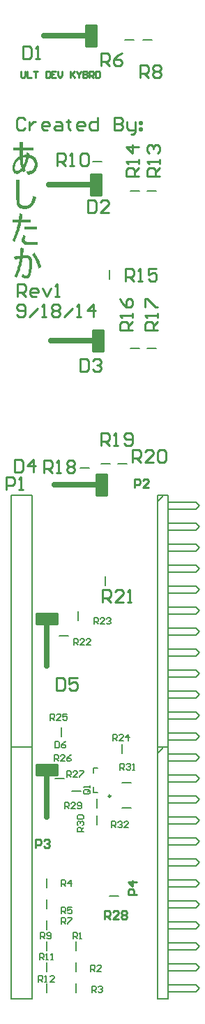
<source format=gto>
%FSLAX25Y25*%
%MOIN*%
G70*
G01*
G75*
%ADD10R,0.03937X0.05118*%
%ADD11R,0.05118X0.03937*%
%ADD12R,0.04331X0.03543*%
%ADD13C,0.00800*%
%ADD14C,0.01200*%
%ADD15C,0.06000*%
%ADD16C,0.08700*%
%ADD17C,0.15700*%
%ADD18C,0.08000*%
%ADD19C,0.05906*%
%ADD20R,0.05906X0.05906*%
%ADD21R,0.06000X0.06000*%
%ADD22R,0.06000X0.06000*%
%ADD23C,0.05000*%
%ADD24C,0.01000*%
%ADD25C,0.00984*%
%ADD26C,0.00787*%
%ADD27C,0.02500*%
%ADD28C,0.00600*%
G36*
X210461Y679081D02*
Y679062D01*
Y679023D01*
X210441Y678944D01*
Y678866D01*
X210422Y678730D01*
X210402Y678593D01*
X210363Y678261D01*
X210324Y677870D01*
X210265Y677421D01*
X210207Y676933D01*
X210129Y676445D01*
X214406D01*
Y675136D01*
X209855D01*
Y675116D01*
X209836Y675077D01*
Y674999D01*
X209816Y674902D01*
X209777Y674765D01*
X209738Y674628D01*
X209699Y674433D01*
X209660Y674238D01*
X209601Y674023D01*
X209543Y673769D01*
X209425Y673242D01*
X209269Y672636D01*
X209074Y671972D01*
X208879Y671250D01*
X208644Y670488D01*
X208390Y669707D01*
X208098Y668906D01*
X207804Y668086D01*
X207472Y667285D01*
X207101Y666465D01*
X206730Y665684D01*
X205500Y666582D01*
Y666602D01*
X205520Y666621D01*
X205559Y666680D01*
X205598Y666758D01*
X205637Y666855D01*
X205695Y666953D01*
X205832Y667246D01*
X205988Y667597D01*
X206184Y668008D01*
X206379Y668496D01*
X206613Y669043D01*
X206848Y669648D01*
X207082Y670312D01*
X207316Y671015D01*
X207570Y671757D01*
X207785Y672558D01*
X208000Y673378D01*
X208215Y674238D01*
X208390Y675136D01*
X205637D01*
Y676445D01*
X208605D01*
Y676464D01*
X208625Y676503D01*
Y676581D01*
X208644Y676698D01*
X208664Y676835D01*
X208703Y676991D01*
X208722Y677167D01*
X208762Y677362D01*
X208820Y677792D01*
X208879Y678300D01*
X208918Y678808D01*
X208957Y679355D01*
X210461Y679081D01*
D02*
G37*
G36*
X217374Y671757D02*
X211359D01*
Y673066D01*
X217374D01*
Y671757D01*
D02*
G37*
G36*
X210972Y662808D02*
Y662788D01*
Y662710D01*
Y662612D01*
X210953Y662476D01*
Y662300D01*
X210933Y662085D01*
Y661851D01*
X210914Y661597D01*
X210875Y661050D01*
X210816Y660445D01*
X210738Y659820D01*
X210640Y659214D01*
X210797D01*
X210914Y659234D01*
X211187D01*
X211539Y659253D01*
X211910D01*
X212281Y659273D01*
X213003D01*
X213101Y659253D01*
X213238Y659214D01*
X213414Y659156D01*
X213589Y659078D01*
X213785Y658980D01*
X213980Y658843D01*
X214175Y658667D01*
X214371Y658433D01*
X214566Y658179D01*
X214722Y657847D01*
X214859Y657476D01*
X214956Y657046D01*
X215035Y656539D01*
X215054Y655972D01*
Y655953D01*
Y655894D01*
Y655777D01*
Y655640D01*
Y655464D01*
X215035Y655269D01*
Y655035D01*
X215015Y654761D01*
X214996Y654488D01*
X214976Y654176D01*
X214917Y653531D01*
X214839Y652828D01*
X214742Y652105D01*
X214605Y651383D01*
X214429Y650680D01*
X214214Y650016D01*
X214097Y649723D01*
X213980Y649430D01*
X213843Y649176D01*
X213687Y648922D01*
X213511Y648727D01*
X213335Y648531D01*
X213160Y648395D01*
X212945Y648277D01*
X212730Y648219D01*
X212496Y648180D01*
X212379D01*
X212300Y648199D01*
X212203Y648219D01*
X212066Y648238D01*
X211754Y648316D01*
X211383Y648434D01*
X210953Y648609D01*
X210718Y648727D01*
X210465Y648863D01*
X210211Y649019D01*
X209937Y649195D01*
X210562Y650504D01*
X210582D01*
X210601Y650465D01*
X210718Y650367D01*
X210894Y650211D01*
X211129Y650055D01*
X211402Y649898D01*
X211695Y649742D01*
X212027Y649645D01*
X212183Y649625D01*
X212359Y649605D01*
X212379D01*
X212457Y649645D01*
X212574Y649703D01*
X212632Y649762D01*
X212710Y649840D01*
X212789Y649937D01*
X212867Y650055D01*
X212945Y650211D01*
X213023Y650406D01*
X213101Y650621D01*
X213179Y650855D01*
X213257Y651148D01*
X213316Y651480D01*
Y651500D01*
X213335Y651558D01*
X213355Y651656D01*
X213375Y651793D01*
X213394Y651969D01*
X213433Y652164D01*
X213453Y652398D01*
X213492Y652652D01*
X213531Y652925D01*
X213550Y653238D01*
X213589Y653550D01*
X213609Y653902D01*
X213648Y654625D01*
X213667Y655406D01*
Y655425D01*
Y655464D01*
Y655543D01*
Y655660D01*
Y655777D01*
X213648Y655914D01*
X213629Y656246D01*
X213609Y656597D01*
X213550Y656949D01*
X213492Y657281D01*
X213433Y657437D01*
X213394Y657554D01*
Y657574D01*
X213355Y657632D01*
X213296Y657710D01*
X213238Y657808D01*
X213140Y657886D01*
X213023Y657964D01*
X212867Y658023D01*
X212710Y658042D01*
X212613D01*
X212476Y658023D01*
X212281D01*
X212144Y658003D01*
X211988Y657984D01*
X211812Y657964D01*
X211597Y657945D01*
X211363Y657925D01*
X211109Y657906D01*
X210816Y657867D01*
X210504Y657828D01*
Y657808D01*
Y657769D01*
X210484Y657691D01*
X210465Y657593D01*
X210445Y657476D01*
X210425Y657320D01*
X210386Y657144D01*
X210347Y656949D01*
X210308Y656734D01*
X210269Y656480D01*
X210152Y655953D01*
X210015Y655347D01*
X209859Y654703D01*
X209664Y654000D01*
X209469Y653258D01*
X209215Y652476D01*
X208961Y651695D01*
X208668Y650894D01*
X208336Y650094D01*
X207984Y649293D01*
X207594Y648531D01*
X206481Y649273D01*
X206500Y649312D01*
X206559Y649430D01*
X206656Y649605D01*
X206773Y649859D01*
X206930Y650191D01*
X207086Y650582D01*
X207281Y651031D01*
X207476Y651558D01*
X207691Y652125D01*
X207887Y652769D01*
X208102Y653453D01*
X208316Y654176D01*
X208512Y654976D01*
X208707Y655816D01*
X208883Y656695D01*
X209039Y657613D01*
X208980D01*
X208922Y657593D01*
X208824D01*
X208726Y657574D01*
X208590Y657554D01*
X208297Y657535D01*
X207945Y657496D01*
X207574Y657437D01*
X206773Y657339D01*
X206481Y658804D01*
X206754D01*
X206871Y658824D01*
X207008D01*
X207164Y658843D01*
X207340Y658863D01*
X207555D01*
X207789Y658902D01*
X208023Y658921D01*
X208297Y658960D01*
X208590Y658980D01*
X208922Y659038D01*
X209254Y659078D01*
Y659097D01*
Y659156D01*
X209273Y659253D01*
X209293Y659390D01*
Y659566D01*
X209312Y659761D01*
X209332Y659976D01*
X209371Y660230D01*
X209390Y660503D01*
X209410Y660816D01*
X209430Y661128D01*
X209449Y661460D01*
X209488Y662183D01*
X209527Y662944D01*
X210972Y662808D01*
D02*
G37*
G36*
X210519Y710659D02*
X215773D01*
Y709351D01*
X210519D01*
Y707066D01*
X210558D01*
X210676Y707085D01*
X210851Y707105D01*
X211086Y707144D01*
X211379Y707183D01*
X211691Y707222D01*
X212042Y707242D01*
X212394Y707281D01*
Y707300D01*
X212414Y707359D01*
Y707456D01*
X212433Y707593D01*
Y707749D01*
X212453Y707945D01*
Y708140D01*
Y708374D01*
X213839Y708101D01*
Y708081D01*
X213820Y708023D01*
Y707945D01*
X213800Y707828D01*
X213781Y707710D01*
X213742Y707554D01*
X213703Y707203D01*
X213722D01*
X213781Y707183D01*
X213878Y707163D01*
X213996Y707144D01*
X214152Y707105D01*
X214328Y707046D01*
X214718Y706910D01*
X215167Y706734D01*
X215616Y706519D01*
X216066Y706226D01*
X216261Y706070D01*
X216456Y705894D01*
X216476Y705875D01*
X216515Y705835D01*
X216574Y705757D01*
X216652Y705660D01*
X216749Y705543D01*
X216847Y705386D01*
X216964Y705210D01*
X217081Y705015D01*
X217179Y704781D01*
X217296Y704527D01*
X217394Y704254D01*
X217472Y703961D01*
X217550Y703648D01*
X217609Y703316D01*
X217628Y702945D01*
Y702574D01*
Y702555D01*
Y702476D01*
Y702379D01*
X217609Y702222D01*
X217589Y702047D01*
X217569Y701832D01*
X217530Y701617D01*
X217491Y701363D01*
X217355Y700836D01*
X217159Y700289D01*
X217042Y700016D01*
X216905Y699762D01*
X216730Y699508D01*
X216534Y699273D01*
X216515Y699254D01*
X216476Y699215D01*
X216417Y699156D01*
X216320Y699078D01*
X216202Y698981D01*
X216066Y698863D01*
X215890Y698746D01*
X215695Y698609D01*
X215460Y698473D01*
X215206Y698336D01*
X214914Y698199D01*
X214601Y698063D01*
X214269Y697945D01*
X213898Y697828D01*
X213507Y697711D01*
X213078Y697633D01*
X212316Y699137D01*
X212335D01*
X212414Y699156D01*
X212511Y699176D01*
X212667Y699195D01*
X212843Y699215D01*
X213039Y699273D01*
X213253Y699312D01*
X213488Y699371D01*
X213976Y699508D01*
X214484Y699684D01*
X214699Y699801D01*
X214914Y699918D01*
X215109Y700035D01*
X215284Y700172D01*
X215304Y700191D01*
X215324Y700211D01*
X215382Y700269D01*
X215441Y700328D01*
X215519Y700426D01*
X215597Y700543D01*
X215695Y700680D01*
X215792Y700836D01*
X215870Y701031D01*
X215968Y701246D01*
X216027Y701480D01*
X216105Y701734D01*
X216144Y702027D01*
X216183Y702340D01*
X216202Y702691D01*
X216183Y703062D01*
Y703082D01*
X216163Y703160D01*
Y703277D01*
X216124Y703433D01*
X216066Y703609D01*
X216007Y703824D01*
X215910Y704039D01*
X215792Y704273D01*
X215636Y704507D01*
X215460Y704761D01*
X215226Y704996D01*
X214972Y705230D01*
X214660Y705425D01*
X214308Y705621D01*
X213898Y705777D01*
X213429Y705894D01*
Y705855D01*
X213410Y705757D01*
X213371Y705601D01*
X213312Y705386D01*
X213253Y705132D01*
X213156Y704820D01*
X213058Y704488D01*
X212961Y704117D01*
X212824Y703726D01*
X212687Y703316D01*
X212355Y702476D01*
X211964Y701637D01*
X211730Y701246D01*
X211496Y700855D01*
Y700836D01*
X211535Y700758D01*
X211574Y700660D01*
X211632Y700523D01*
X211711Y700367D01*
X211789Y700191D01*
X211984Y699820D01*
X210871Y698863D01*
Y698883D01*
X210851Y698922D01*
X210812Y699000D01*
X210773Y699078D01*
X210636Y699312D01*
X210461Y699605D01*
X210441Y699586D01*
X210402Y699547D01*
X210324Y699469D01*
X210226Y699371D01*
X210090Y699254D01*
X209953Y699137D01*
X209777Y699000D01*
X209582Y698863D01*
X209152Y698590D01*
X208683Y698355D01*
X208430Y698258D01*
X208176Y698180D01*
X207902Y698141D01*
X207629Y698121D01*
X207590D01*
X207492Y698141D01*
X207336Y698160D01*
X207140Y698219D01*
X206906Y698297D01*
X206672Y698434D01*
X206418Y698609D01*
X206184Y698863D01*
X206144Y698902D01*
X206066Y699019D01*
X205969Y699215D01*
X205852Y699469D01*
X205715Y699820D01*
X205617Y700230D01*
X205559Y700699D01*
Y701265D01*
Y701285D01*
Y701344D01*
X205578Y701422D01*
X205598Y701539D01*
X205617Y701695D01*
X205637Y701871D01*
X205676Y702066D01*
X205734Y702261D01*
X205852Y702730D01*
X206027Y703258D01*
X206242Y703785D01*
X206516Y704312D01*
X206535Y704332D01*
X206555Y704390D01*
X206613Y704468D01*
X206691Y704566D01*
X206789Y704703D01*
X206906Y704859D01*
X207043Y705015D01*
X207219Y705191D01*
X207590Y705582D01*
X208039Y705972D01*
X208566Y706343D01*
X209152Y706656D01*
Y709351D01*
X206027D01*
Y710659D01*
X209152D01*
Y713355D01*
X210519D01*
Y710659D01*
D02*
G37*
G36*
X208867Y685925D02*
Y685906D01*
Y685847D01*
Y685769D01*
X208887Y685652D01*
Y685515D01*
X208906Y685340D01*
X208945Y684988D01*
X209023Y684578D01*
X209140Y684187D01*
X209277Y683816D01*
X209375Y683640D01*
X209492Y683504D01*
X209531Y683484D01*
X209629Y683406D01*
X209687Y683367D01*
X209785Y683309D01*
X209902Y683250D01*
X210039Y683211D01*
X210215Y683152D01*
X210390Y683094D01*
X210605Y683055D01*
X210840Y683016D01*
X211093Y682976D01*
X211386Y682957D01*
X212109D01*
X212187Y682976D01*
X212304Y682996D01*
X212422Y683016D01*
X212578Y683055D01*
X212910Y683152D01*
X213281Y683328D01*
X213476Y683445D01*
X213671Y683582D01*
X213867Y683738D01*
X214062Y683914D01*
X214238Y684109D01*
X214394Y684344D01*
Y684363D01*
X214433Y684402D01*
X214472Y684461D01*
X214511Y684558D01*
X214589Y684676D01*
X214648Y684812D01*
X214726Y684988D01*
X214804Y685183D01*
X214902Y685398D01*
X214980Y685652D01*
X215078Y685925D01*
X215156Y686238D01*
X215234Y686570D01*
X215312Y686922D01*
X215371Y687312D01*
X215429Y687722D01*
X216952Y687039D01*
Y687019D01*
X216933Y686980D01*
Y686902D01*
X216914Y686804D01*
X216874Y686668D01*
X216835Y686511D01*
X216796Y686355D01*
X216738Y686160D01*
X216601Y685730D01*
X216425Y685261D01*
X216210Y684734D01*
X215937Y684226D01*
X215605Y683699D01*
X215214Y683172D01*
X214785Y682703D01*
X214277Y682273D01*
X213984Y682078D01*
X213691Y681922D01*
X213359Y681766D01*
X213027Y681629D01*
X212675Y681531D01*
X212304Y681453D01*
X211894Y681414D01*
X211484Y681395D01*
X211133D01*
X210937Y681414D01*
X210742Y681434D01*
X210508Y681453D01*
X210273Y681492D01*
X209766Y681609D01*
X209492Y681687D01*
X209238Y681785D01*
X209004Y681902D01*
X208769Y682059D01*
X208555Y682215D01*
X208379Y682410D01*
Y682430D01*
X208340Y682469D01*
X208301Y682527D01*
X208242Y682605D01*
X208184Y682723D01*
X208125Y682859D01*
X208047Y683035D01*
X207969Y683230D01*
X207871Y683465D01*
X207793Y683719D01*
X207715Y684012D01*
X207656Y684324D01*
X207598Y684676D01*
X207539Y685066D01*
X207500Y685476D01*
X207481Y685925D01*
Y695456D01*
X208867D01*
Y685925D01*
D02*
G37*
G36*
X212062Y668437D02*
Y668418D01*
X212023Y668398D01*
X211945Y668281D01*
X211847Y668086D01*
X211730Y667851D01*
X211593Y667578D01*
X211496Y667285D01*
X211437Y666953D01*
Y666641D01*
Y666621D01*
X211457Y666602D01*
X211496Y666484D01*
X211574Y666348D01*
X211652Y666250D01*
X211730Y666172D01*
X211847Y666074D01*
X211984Y665996D01*
X212140Y665898D01*
X212335Y665840D01*
X212550Y665781D01*
X212804Y665723D01*
X213097Y665703D01*
X213429Y665684D01*
X217784D01*
Y664180D01*
X213156D01*
X213058Y664199D01*
X212921D01*
X212785Y664219D01*
X212453Y664258D01*
X212082Y664356D01*
X211691Y664473D01*
X211300Y664629D01*
X210949Y664863D01*
X210929Y664883D01*
X210910Y664902D01*
X210793Y665020D01*
X210636Y665195D01*
X210441Y665430D01*
X210285Y665742D01*
X210129Y666113D01*
X210090Y666308D01*
X210051Y666523D01*
X210031Y666758D01*
X210051Y666992D01*
Y667012D01*
Y667051D01*
X210070Y667109D01*
X210090Y667187D01*
X210148Y667402D01*
X210226Y667695D01*
X210343Y668027D01*
X210519Y668398D01*
X210754Y668789D01*
X211027Y669199D01*
X212062Y668437D01*
D02*
G37*
G36*
X216167Y660484D02*
X216246Y660405D01*
X216363Y660249D01*
X216519Y660035D01*
X216714Y659761D01*
X216929Y659429D01*
X217163Y659058D01*
X217417Y658628D01*
X217691Y658140D01*
X217964Y657613D01*
X218237Y657046D01*
X218511Y656441D01*
X218784Y655777D01*
X219038Y655093D01*
X219253Y654371D01*
X219468Y653609D01*
X218081Y653004D01*
Y653023D01*
X218062Y653082D01*
X218042Y653179D01*
X218003Y653316D01*
X217964Y653492D01*
X217905Y653687D01*
X217847Y653922D01*
X217769Y654156D01*
X217691Y654429D01*
X217593Y654722D01*
X217398Y655347D01*
X217144Y656031D01*
X216851Y656714D01*
Y656734D01*
X216812Y656792D01*
X216773Y656890D01*
X216714Y657007D01*
X216636Y657163D01*
X216558Y657320D01*
X216460Y657515D01*
X216343Y657730D01*
X216070Y658199D01*
X215777Y658667D01*
X215425Y659156D01*
X215054Y659624D01*
X216148Y660523D01*
X216167Y660484D01*
D02*
G37*
G36*
X249000Y613500D02*
X244000D01*
Y623500D01*
X249000D01*
Y613500D01*
D02*
G37*
G36*
X248000Y688000D02*
X243000D01*
Y698000D01*
X248000D01*
Y688000D01*
D02*
G37*
G36*
X245500Y759000D02*
X240500D01*
Y769000D01*
X245500D01*
Y759000D01*
D02*
G37*
G36*
X227000Y411500D02*
X217000D01*
Y416500D01*
X227000D01*
Y411500D01*
D02*
G37*
G36*
Y483500D02*
X217000D01*
Y488500D01*
X227000D01*
Y483500D01*
D02*
G37*
G36*
X250500Y545000D02*
X245500D01*
Y555000D01*
X250500D01*
Y545000D01*
D02*
G37*
%LPC*%
G36*
X209152Y705210D02*
X209133D01*
X209113Y705171D01*
X209054Y705132D01*
X208976Y705093D01*
X208801Y704937D01*
X208566Y704761D01*
X208312Y704527D01*
X208039Y704273D01*
X207785Y703980D01*
X207551Y703687D01*
Y703668D01*
X207512Y703629D01*
X207472Y703550D01*
X207434Y703453D01*
X207355Y703336D01*
X207297Y703199D01*
X207219Y703023D01*
X207140Y702828D01*
X207004Y702398D01*
X206887Y701910D01*
X206808Y701363D01*
X206789Y701070D01*
Y700777D01*
Y700758D01*
Y700738D01*
X206808Y700601D01*
X206848Y700426D01*
X206906Y700230D01*
X207004Y700016D01*
X207140Y699820D01*
X207316Y699684D01*
X207434Y699625D01*
X207551Y699605D01*
X207746D01*
X207863Y699625D01*
X207980Y699645D01*
X208293Y699723D01*
X208449Y699801D01*
X208644Y699879D01*
X208840Y699996D01*
X209035Y700133D01*
X209250Y700309D01*
X209465Y700504D01*
X209679Y700719D01*
X209894Y700992D01*
Y701012D01*
X209875Y701090D01*
X209836Y701207D01*
X209797Y701363D01*
X209738Y701558D01*
X209679Y701773D01*
X209621Y702047D01*
X209543Y702320D01*
X209484Y702633D01*
X209406Y702965D01*
X209289Y703687D01*
X209211Y704429D01*
X209152Y705210D01*
D02*
G37*
G36*
X212042Y706031D02*
X211906D01*
X211769Y706011D01*
X211574D01*
X211339Y705972D01*
X211086Y705933D01*
X210812Y705894D01*
X210519Y705816D01*
Y705406D01*
Y705386D01*
Y705347D01*
X210539Y705250D01*
Y705152D01*
Y705015D01*
X210558Y704859D01*
X210578Y704683D01*
X210597Y704488D01*
X210656Y704039D01*
X210734Y703550D01*
X210812Y703043D01*
X210929Y702515D01*
X210949Y702535D01*
X210968Y702594D01*
X211007Y702672D01*
X211066Y702789D01*
X211125Y702925D01*
X211203Y703101D01*
X211300Y703297D01*
X211379Y703531D01*
X211476Y703765D01*
X211574Y704039D01*
X211671Y704332D01*
X211750Y704644D01*
X211925Y705308D01*
X212042Y706031D01*
D02*
G37*
%LPD*%
D24*
X217000Y411500D02*
X227000D01*
X217000Y416500D02*
X227000D01*
Y411500D02*
Y416500D01*
X217000Y411500D02*
Y416500D01*
Y483500D02*
X227000D01*
X217000Y488500D02*
X227000D01*
Y483500D02*
Y488500D01*
X217000Y483500D02*
Y488500D01*
X245500Y545000D02*
Y555000D01*
X250500Y545000D02*
Y555000D01*
X245500Y545000D02*
X250500D01*
X245500Y555000D02*
X250500D01*
X244000Y613500D02*
Y623500D01*
X249000Y613500D02*
Y623500D01*
X244000Y613500D02*
X249000D01*
X244000Y623500D02*
X249000D01*
X243000Y688000D02*
Y698000D01*
X248000Y688000D02*
Y698000D01*
X243000Y688000D02*
X248000D01*
X243000Y698000D02*
X248000D01*
X240500Y759000D02*
Y769000D01*
X245500Y759000D02*
Y769000D01*
X240500Y759000D02*
X245500D01*
X240500Y769000D02*
X245500D01*
X210500Y758998D02*
Y753000D01*
X213499D01*
X214499Y754000D01*
Y757998D01*
X213499Y758998D01*
X210500D01*
X216498Y753000D02*
X218497D01*
X217498D01*
Y758998D01*
X216498Y757998D01*
X241500Y685498D02*
Y679500D01*
X244499D01*
X245499Y680500D01*
Y684498D01*
X244499Y685498D01*
X241500D01*
X251497Y679500D02*
X247498D01*
X251497Y683499D01*
Y684498D01*
X250497Y685498D01*
X248498D01*
X247498Y684498D01*
X238000Y609998D02*
Y604000D01*
X240999D01*
X241999Y605000D01*
Y608998D01*
X240999Y609998D01*
X238000D01*
X243998Y608998D02*
X244998Y609998D01*
X246997D01*
X247997Y608998D01*
Y607999D01*
X246997Y606999D01*
X245997D01*
X246997D01*
X247997Y605999D01*
Y605000D01*
X246997Y604000D01*
X244998D01*
X243998Y605000D01*
X206500Y561998D02*
Y556000D01*
X209499D01*
X210499Y557000D01*
Y560998D01*
X209499Y561998D01*
X206500D01*
X215497Y556000D02*
Y561998D01*
X212498Y558999D01*
X216497D01*
X226500Y457998D02*
Y452000D01*
X229499D01*
X230499Y453000D01*
Y456998D01*
X229499Y457998D01*
X226500D01*
X236497D02*
X232498D01*
Y454999D01*
X234497Y455999D01*
X235497D01*
X236497Y454999D01*
Y453000D01*
X235497Y452000D01*
X233498D01*
X232498Y453000D01*
X202500Y547500D02*
Y553498D01*
X205499D01*
X206499Y552498D01*
Y550499D01*
X205499Y549499D01*
X202500D01*
X208498Y547500D02*
X210497D01*
X209498D01*
Y553498D01*
X208498Y552498D01*
X264000Y548500D02*
Y552499D01*
X265999D01*
X266666Y551832D01*
Y550499D01*
X265999Y549833D01*
X264000D01*
X270665Y548500D02*
X267999D01*
X270665Y551166D01*
Y551832D01*
X269998Y552499D01*
X268665D01*
X267999Y551832D01*
X216500Y377000D02*
Y380999D01*
X218499D01*
X219166Y380332D01*
Y378999D01*
X218499Y378333D01*
X216500D01*
X220499Y380332D02*
X221165Y380999D01*
X222498D01*
X223165Y380332D01*
Y379666D01*
X222498Y378999D01*
X221832D01*
X222498D01*
X223165Y378333D01*
Y377666D01*
X222498Y377000D01*
X221165D01*
X220499Y377666D01*
X265000Y354500D02*
X261001D01*
Y356499D01*
X261668Y357166D01*
X263001D01*
X263667Y356499D01*
Y354500D01*
X265000Y360498D02*
X261001D01*
X263001Y358499D01*
Y361164D01*
X248000Y749500D02*
Y755498D01*
X250999D01*
X251999Y754498D01*
Y752499D01*
X250999Y751499D01*
X248000D01*
X249999D02*
X251999Y749500D01*
X257997Y755498D02*
X255997Y754498D01*
X253998Y752499D01*
Y750500D01*
X254998Y749500D01*
X256997D01*
X257997Y750500D01*
Y751499D01*
X256997Y752499D01*
X253998D01*
X266500Y744000D02*
Y749998D01*
X269499D01*
X270499Y748998D01*
Y746999D01*
X269499Y745999D01*
X266500D01*
X268499D02*
X270499Y744000D01*
X272498Y748998D02*
X273498Y749998D01*
X275497D01*
X276497Y748998D01*
Y747999D01*
X275497Y746999D01*
X276497Y745999D01*
Y745000D01*
X275497Y744000D01*
X273498D01*
X272498Y745000D01*
Y745999D01*
X273498Y746999D01*
X272498Y747999D01*
Y748998D01*
X273498Y746999D02*
X275497D01*
X227000Y702000D02*
Y707998D01*
X229999D01*
X230999Y706998D01*
Y704999D01*
X229999Y703999D01*
X227000D01*
X228999D02*
X230999Y702000D01*
X232998D02*
X234997D01*
X233998D01*
Y707998D01*
X232998Y706998D01*
X237996D02*
X238996Y707998D01*
X240996D01*
X241995Y706998D01*
Y703000D01*
X240996Y702000D01*
X238996D01*
X237996Y703000D01*
Y706998D01*
X276000Y697000D02*
X270002D01*
Y699999D01*
X271002Y700999D01*
X273001D01*
X274001Y699999D01*
Y697000D01*
Y698999D02*
X276000Y700999D01*
Y702998D02*
Y704997D01*
Y703998D01*
X270002D01*
X271002Y702998D01*
Y707996D02*
X270002Y708996D01*
Y710995D01*
X271002Y711995D01*
X272001D01*
X273001Y710995D01*
Y709996D01*
Y710995D01*
X274001Y711995D01*
X275000D01*
X276000Y710995D01*
Y708996D01*
X275000Y707996D01*
X266000Y697000D02*
X260002D01*
Y699999D01*
X261002Y700999D01*
X263001D01*
X264001Y699999D01*
Y697000D01*
Y698999D02*
X266000Y700999D01*
Y702998D02*
Y704997D01*
Y703998D01*
X260002D01*
X261002Y702998D01*
X266000Y710995D02*
X260002D01*
X263001Y707996D01*
Y711995D01*
X259500Y647000D02*
Y652998D01*
X262499D01*
X263499Y651998D01*
Y649999D01*
X262499Y648999D01*
X259500D01*
X261499D02*
X263499Y647000D01*
X265498D02*
X267497D01*
X266498D01*
Y652998D01*
X265498Y651998D01*
X274495Y652998D02*
X270496D01*
Y649999D01*
X272496Y650999D01*
X273496D01*
X274495Y649999D01*
Y648000D01*
X273496Y647000D01*
X271496D01*
X270496Y648000D01*
X263000Y623500D02*
X257002D01*
Y626499D01*
X258002Y627499D01*
X260001D01*
X261001Y626499D01*
Y623500D01*
Y625499D02*
X263000Y627499D01*
Y629498D02*
Y631497D01*
Y630498D01*
X257002D01*
X258002Y629498D01*
X257002Y638495D02*
X258002Y636496D01*
X260001Y634496D01*
X262000D01*
X263000Y635496D01*
Y637496D01*
X262000Y638495D01*
X261001D01*
X260001Y637496D01*
Y634496D01*
X275000Y623500D02*
X269002D01*
Y626499D01*
X270002Y627499D01*
X272001D01*
X273001Y626499D01*
Y623500D01*
Y625499D02*
X275000Y627499D01*
Y629498D02*
Y631497D01*
Y630498D01*
X269002D01*
X270002Y629498D01*
X269002Y634496D02*
Y638495D01*
X270002D01*
X274000Y634496D01*
X275000D01*
X220500Y555500D02*
Y561498D01*
X223499D01*
X224499Y560498D01*
Y558499D01*
X223499Y557499D01*
X220500D01*
X222499D02*
X224499Y555500D01*
X226498D02*
X228497D01*
X227498D01*
Y561498D01*
X226498Y560498D01*
X231496D02*
X232496Y561498D01*
X234495D01*
X235495Y560498D01*
Y559499D01*
X234495Y558499D01*
X235495Y557499D01*
Y556500D01*
X234495Y555500D01*
X232496D01*
X231496Y556500D01*
Y557499D01*
X232496Y558499D01*
X231496Y559499D01*
Y560498D01*
X232496Y558499D02*
X234495D01*
X247900Y568700D02*
Y574698D01*
X250899D01*
X251899Y573698D01*
Y571699D01*
X250899Y570699D01*
X247900D01*
X249899D02*
X251899Y568700D01*
X253898D02*
X255897D01*
X254898D01*
Y574698D01*
X253898Y573698D01*
X258896Y569700D02*
X259896Y568700D01*
X261895D01*
X262895Y569700D01*
Y573698D01*
X261895Y574698D01*
X259896D01*
X258896Y573698D01*
Y572699D01*
X259896Y571699D01*
X262895D01*
X263000Y560500D02*
Y566498D01*
X265999D01*
X266999Y565498D01*
Y563499D01*
X265999Y562499D01*
X263000D01*
X264999D02*
X266999Y560500D01*
X272997D02*
X268998D01*
X272997Y564499D01*
Y565498D01*
X271997Y566498D01*
X269998D01*
X268998Y565498D01*
X274996D02*
X275996Y566498D01*
X277995D01*
X278995Y565498D01*
Y561500D01*
X277995Y560500D01*
X275996D01*
X274996Y561500D01*
Y565498D01*
X248500Y494000D02*
Y499998D01*
X251499D01*
X252499Y498998D01*
Y496999D01*
X251499Y495999D01*
X248500D01*
X250499D02*
X252499Y494000D01*
X258497D02*
X254498D01*
X258497Y497999D01*
Y498998D01*
X257497Y499998D01*
X255498D01*
X254498Y498998D01*
X260496Y494000D02*
X262495D01*
X261496D01*
Y499998D01*
X260496Y498998D01*
X249500Y343000D02*
Y346999D01*
X251499D01*
X252166Y346332D01*
Y344999D01*
X251499Y344333D01*
X249500D01*
X250833D02*
X252166Y343000D01*
X256165D02*
X253499D01*
X256165Y345666D01*
Y346332D01*
X255498Y346999D01*
X254165D01*
X253499Y346332D01*
X257497D02*
X258164Y346999D01*
X259497D01*
X260163Y346332D01*
Y345666D01*
X259497Y344999D01*
X260163Y344333D01*
Y343666D01*
X259497Y343000D01*
X258164D01*
X257497Y343666D01*
Y344333D01*
X258164Y344999D01*
X257497Y345666D01*
Y346332D01*
X258164Y344999D02*
X259497D01*
X211499Y723998D02*
X210499Y724998D01*
X208500D01*
X207500Y723998D01*
Y720000D01*
X208500Y719000D01*
X210499D01*
X211499Y720000D01*
X213498Y722999D02*
Y719000D01*
Y720999D01*
X214498Y721999D01*
X215497Y722999D01*
X216497D01*
X222495Y719000D02*
X220496D01*
X219496Y720000D01*
Y721999D01*
X220496Y722999D01*
X222495D01*
X223495Y721999D01*
Y720999D01*
X219496D01*
X226494Y722999D02*
X228493D01*
X229493Y721999D01*
Y719000D01*
X226494D01*
X225494Y720000D01*
X226494Y720999D01*
X229493D01*
X232492Y723998D02*
Y722999D01*
X231492D01*
X233492D01*
X232492D01*
Y720000D01*
X233492Y719000D01*
X239490D02*
X237490D01*
X236491Y720000D01*
Y721999D01*
X237490Y722999D01*
X239490D01*
X240489Y721999D01*
Y720999D01*
X236491D01*
X246487Y724998D02*
Y719000D01*
X243488D01*
X242489Y720000D01*
Y721999D01*
X243488Y722999D01*
X246487D01*
X254485Y724998D02*
Y719000D01*
X257484D01*
X258484Y720000D01*
Y720999D01*
X257484Y721999D01*
X254485D01*
X257484D01*
X258484Y722999D01*
Y723998D01*
X257484Y724998D01*
X254485D01*
X260483Y722999D02*
Y720000D01*
X261483Y719000D01*
X264482D01*
Y718000D01*
X263482Y717001D01*
X262482D01*
X264482Y719000D02*
Y722999D01*
X266481D02*
X267481D01*
Y721999D01*
X266481D01*
Y722999D01*
Y720000D02*
X267481D01*
Y719000D01*
X266481D01*
Y720000D01*
X208000Y639500D02*
Y645498D01*
X210999D01*
X211999Y644498D01*
Y642499D01*
X210999Y641499D01*
X208000D01*
X209999D02*
X211999Y639500D01*
X216997D02*
X214998D01*
X213998Y640500D01*
Y642499D01*
X214998Y643499D01*
X216997D01*
X217997Y642499D01*
Y641499D01*
X213998D01*
X219996Y643499D02*
X221995Y639500D01*
X223995Y643499D01*
X225994Y639500D02*
X227993D01*
X226994D01*
Y645498D01*
X225994Y644498D01*
X207500Y631000D02*
X208500Y630000D01*
X210499D01*
X211499Y631000D01*
Y634998D01*
X210499Y635998D01*
X208500D01*
X207500Y634998D01*
Y633999D01*
X208500Y632999D01*
X211499D01*
X213498Y630000D02*
X217497Y633999D01*
X219496Y630000D02*
X221496D01*
X220496D01*
Y635998D01*
X219496Y634998D01*
X224495D02*
X225494Y635998D01*
X227494D01*
X228493Y634998D01*
Y633999D01*
X227494Y632999D01*
X228493Y631999D01*
Y631000D01*
X227494Y630000D01*
X225494D01*
X224495Y631000D01*
Y631999D01*
X225494Y632999D01*
X224495Y633999D01*
Y634998D01*
X225494Y632999D02*
X227494D01*
X230493Y630000D02*
X234491Y633999D01*
X236491Y630000D02*
X238490D01*
X237490D01*
Y635998D01*
X236491Y634998D01*
X244488Y630000D02*
Y635998D01*
X241489Y632999D01*
X245488D01*
X209500Y746999D02*
Y744500D01*
X210000Y744000D01*
X210999D01*
X211499Y744500D01*
Y746999D01*
X212499D02*
Y744000D01*
X214498D01*
X215498Y746999D02*
X217497D01*
X216498D01*
Y744000D01*
X221496Y746999D02*
Y744000D01*
X222996D01*
X223496Y744500D01*
Y746499D01*
X222996Y746999D01*
X221496D01*
X226495D02*
X224495D01*
Y744000D01*
X226495D01*
X224495Y745500D02*
X225495D01*
X227494Y746999D02*
Y745000D01*
X228494Y744000D01*
X229493Y745000D01*
Y746999D01*
X233492D02*
Y744000D01*
Y745000D01*
X235492Y746999D01*
X233992Y745500D01*
X235492Y744000D01*
X236491Y746999D02*
Y746499D01*
X237491Y745500D01*
X238491Y746499D01*
Y746999D01*
X237491Y745500D02*
Y744000D01*
X239490Y746999D02*
Y744000D01*
X240990D01*
X241490Y744500D01*
Y745000D01*
X240990Y745500D01*
X239490D01*
X240990D01*
X241490Y745999D01*
Y746499D01*
X240990Y746999D01*
X239490D01*
X242489Y744000D02*
Y746999D01*
X243989D01*
X244489Y746499D01*
Y745500D01*
X243989Y745000D01*
X242489D01*
X243489D02*
X244489Y744000D01*
X245488Y746999D02*
Y744000D01*
X246988D01*
X247488Y744500D01*
Y746499D01*
X246988Y746999D01*
X245488D01*
D25*
X252492Y401563D02*
G03*
X252492Y401563I-492J0D01*
G01*
D26*
X258000Y421835D02*
Y426165D01*
X275000Y305000D02*
X280000D01*
Y425000D01*
X275000D02*
X280000D01*
Y308333D02*
X293333D01*
X295000Y310000D01*
X293333Y311667D02*
X295000Y310000D01*
X280000Y311667D02*
X293333D01*
X280000Y318333D02*
X293333D01*
X295000Y320000D01*
X293333Y321667D02*
X295000Y320000D01*
X280000Y321667D02*
X293333D01*
X280000Y328333D02*
X293333D01*
X295000Y330000D01*
X293333Y331667D02*
X295000Y330000D01*
X280000Y331667D02*
X293333D01*
X280000Y338333D02*
X293333D01*
X295000Y340000D01*
X293333Y341667D02*
X295000Y340000D01*
X280000Y341667D02*
X293333D01*
X280000Y348333D02*
X293333D01*
X295000Y350000D01*
X293333Y351667D02*
X295000Y350000D01*
X280000Y351667D02*
X293333D01*
X280000Y358333D02*
X293333D01*
X295000Y360000D01*
X293333Y361667D02*
X295000Y360000D01*
X280000Y361667D02*
X293333D01*
X280000Y368333D02*
X293333D01*
X295000Y370000D01*
X293333Y371667D02*
X295000Y370000D01*
X280000Y371667D02*
X293333D01*
X280000Y378333D02*
X293333D01*
X295000Y380000D01*
X293333Y381667D02*
X295000Y380000D01*
X280000Y381667D02*
X293333D01*
X280000Y388333D02*
X293333D01*
X295000Y390000D01*
X293333Y391667D02*
X295000Y390000D01*
X280000Y391667D02*
X293333D01*
X280000Y398333D02*
X293333D01*
X295000Y400000D01*
X293333Y401667D02*
X295000Y400000D01*
X280000Y401667D02*
X293333D01*
X280000Y408333D02*
X293333D01*
X295000Y410000D01*
X293333Y411667D02*
X295000Y410000D01*
X280000Y411667D02*
X293333D01*
X280000Y418333D02*
X293333D01*
X295000Y420000D01*
X293333Y421667D02*
X295000Y420000D01*
X280000Y421667D02*
X293333D01*
X275000Y305000D02*
Y312500D01*
Y422000D02*
X277500Y424500D01*
X275000Y312500D02*
Y425000D01*
X257835Y408000D02*
X262165D01*
X244205Y412587D02*
Y415146D01*
X246173D01*
X244205Y403335D02*
Y405894D01*
Y403335D02*
X246173D01*
X246000Y395835D02*
Y400165D01*
X222000Y317835D02*
Y322165D01*
X236000Y327835D02*
Y332165D01*
X222000Y327835D02*
Y332165D01*
Y337835D02*
Y342165D01*
Y347835D02*
Y352165D01*
Y357835D02*
Y362165D01*
X236000Y317835D02*
Y322165D01*
Y307835D02*
Y312165D01*
X222000Y307835D02*
Y312165D01*
X251835Y354000D02*
X256165D01*
X257835Y396000D02*
X262165D01*
X246000Y387835D02*
Y392165D01*
X233835Y404000D02*
X238165D01*
X215000Y305000D02*
Y417500D01*
Y425000D01*
X205000D02*
X215000D01*
X205000Y305000D02*
Y425000D01*
Y305000D02*
X215000D01*
X227835Y478000D02*
X232165D01*
X237000Y485335D02*
Y489665D01*
X255835Y560000D02*
X260165D01*
X275000Y432500D02*
Y545000D01*
Y542000D02*
X277500Y544500D01*
X275000Y425000D02*
Y432500D01*
X280000Y541667D02*
X293333D01*
X295000Y540000D01*
X293333Y538333D02*
X295000Y540000D01*
X280000Y538333D02*
X293333D01*
X280000Y531667D02*
X293333D01*
X295000Y530000D01*
X293333Y528333D02*
X295000Y530000D01*
X280000Y528333D02*
X293333D01*
X280000Y521667D02*
X293333D01*
X295000Y520000D01*
X293333Y518333D02*
X295000Y520000D01*
X280000Y518333D02*
X293333D01*
X280000Y511667D02*
X293333D01*
X295000Y510000D01*
X293333Y508333D02*
X295000Y510000D01*
X280000Y508333D02*
X293333D01*
X280000Y501667D02*
X293333D01*
X295000Y500000D01*
X293333Y498333D02*
X295000Y500000D01*
X280000Y498333D02*
X293333D01*
X280000Y491667D02*
X293333D01*
X295000Y490000D01*
X293333Y488333D02*
X295000Y490000D01*
X280000Y488333D02*
X293333D01*
X280000Y481667D02*
X293333D01*
X295000Y480000D01*
X293333Y478333D02*
X295000Y480000D01*
X280000Y478333D02*
X293333D01*
X280000Y471667D02*
X293333D01*
X295000Y470000D01*
X293333Y468333D02*
X295000Y470000D01*
X280000Y468333D02*
X293333D01*
X280000Y461667D02*
X293333D01*
X295000Y460000D01*
X293333Y458333D02*
X295000Y460000D01*
X280000Y458333D02*
X293333D01*
X280000Y451667D02*
X293333D01*
X295000Y450000D01*
X293333Y448333D02*
X295000Y450000D01*
X280000Y448333D02*
X293333D01*
X280000Y441667D02*
X293333D01*
X295000Y440000D01*
X293333Y438333D02*
X295000Y440000D01*
X280000Y438333D02*
X293333D01*
X280000Y431667D02*
X293333D01*
X295000Y430000D01*
X293333Y428333D02*
X295000Y430000D01*
X280000Y428333D02*
X293333D01*
X275000Y545000D02*
X280000D01*
Y425000D02*
Y545000D01*
X275000Y425000D02*
X280000D01*
X215000D02*
Y537500D01*
Y545000D01*
X205000D02*
X215000D01*
X205000Y425000D02*
Y545000D01*
Y425000D02*
X215000D01*
X250000Y501835D02*
Y506165D01*
X237835Y558000D02*
X242165D01*
X269835Y615000D02*
X274165D01*
X261835D02*
X266165D01*
X252000Y647835D02*
Y652165D01*
X269835Y690000D02*
X274165D01*
X261835D02*
X266165D01*
X243835Y704000D02*
X248165D01*
X267835Y762000D02*
X272165D01*
X259335D02*
X263665D01*
X225835Y410000D02*
X230165D01*
X228850Y429835D02*
Y434165D01*
X247835Y560000D02*
X252165D01*
D27*
X222000Y391500D02*
Y414000D01*
Y463500D02*
Y486000D01*
X225500Y550000D02*
X248000D01*
X224000Y618500D02*
X246500D01*
X223000Y693000D02*
X245500D01*
X220500Y764000D02*
X243000D01*
D28*
X226000Y427499D02*
Y424500D01*
X227500D01*
X227999Y425000D01*
Y426999D01*
X227500Y427499D01*
X226000D01*
X230998D02*
X229999Y426999D01*
X228999Y425999D01*
Y425000D01*
X229499Y424500D01*
X230499D01*
X230998Y425000D01*
Y425500D01*
X230499Y425999D01*
X228999D01*
X242000Y404499D02*
X240001D01*
X239501Y404000D01*
Y403000D01*
X240001Y402500D01*
X242000D01*
X242500Y403000D01*
Y404000D01*
X241500Y403500D02*
X242500Y404499D01*
Y404000D02*
X242000Y404499D01*
X242500Y405499D02*
Y406499D01*
Y405999D01*
X239501D01*
X240001Y405499D01*
X234500Y333500D02*
Y336499D01*
X235999D01*
X236499Y335999D01*
Y334999D01*
X235999Y334500D01*
X234500D01*
X235500D02*
X236499Y333500D01*
X237499D02*
X238499D01*
X237999D01*
Y336499D01*
X237499Y335999D01*
X243000Y318000D02*
Y320999D01*
X244499D01*
X244999Y320499D01*
Y319499D01*
X244499Y319000D01*
X243000D01*
X244000D02*
X244999Y318000D01*
X247998D02*
X245999D01*
X247998Y319999D01*
Y320499D01*
X247498Y320999D01*
X246499D01*
X245999Y320499D01*
X243500Y308000D02*
Y310999D01*
X245000D01*
X245499Y310499D01*
Y309500D01*
X245000Y309000D01*
X243500D01*
X244500D02*
X245499Y308000D01*
X246499Y310499D02*
X246999Y310999D01*
X247998D01*
X248498Y310499D01*
Y309999D01*
X247998Y309500D01*
X247499D01*
X247998D01*
X248498Y309000D01*
Y308500D01*
X247998Y308000D01*
X246999D01*
X246499Y308500D01*
X229000Y358500D02*
Y361499D01*
X230500D01*
X230999Y360999D01*
Y359999D01*
X230500Y359500D01*
X229000D01*
X230000D02*
X230999Y358500D01*
X233499D02*
Y361499D01*
X231999Y359999D01*
X233998D01*
X229000Y345500D02*
Y348499D01*
X230500D01*
X230999Y347999D01*
Y347000D01*
X230500Y346500D01*
X229000D01*
X230000D02*
X230999Y345500D01*
X233998Y348499D02*
X231999D01*
Y347000D01*
X232999Y347499D01*
X233499D01*
X233998Y347000D01*
Y346000D01*
X233499Y345500D01*
X232499D01*
X231999Y346000D01*
X229000Y340500D02*
Y343499D01*
X230500D01*
X230999Y342999D01*
Y342000D01*
X230500Y341500D01*
X229000D01*
X230000D02*
X230999Y340500D01*
X231999Y343499D02*
X233998D01*
Y342999D01*
X231999Y341000D01*
Y340500D01*
X219000Y333500D02*
Y336499D01*
X220499D01*
X220999Y335999D01*
Y334999D01*
X220499Y334500D01*
X219000D01*
X220000D02*
X220999Y333500D01*
X221999Y334000D02*
X222499Y333500D01*
X223499D01*
X223998Y334000D01*
Y335999D01*
X223499Y336499D01*
X222499D01*
X221999Y335999D01*
Y335499D01*
X222499Y334999D01*
X223998D01*
X218500Y323500D02*
Y326499D01*
X220000D01*
X220499Y325999D01*
Y324999D01*
X220000Y324500D01*
X218500D01*
X219500D02*
X220499Y323500D01*
X221499D02*
X222499D01*
X221999D01*
Y326499D01*
X221499Y325999D01*
X223998Y323500D02*
X224998D01*
X224498D01*
Y326499D01*
X223998Y325999D01*
X218000Y313000D02*
Y315999D01*
X219499D01*
X219999Y315499D01*
Y314499D01*
X219499Y314000D01*
X218000D01*
X219000D02*
X219999Y313000D01*
X220999D02*
X221999D01*
X221499D01*
Y315999D01*
X220999Y315499D01*
X225498Y313000D02*
X223498D01*
X225498Y314999D01*
Y315499D01*
X224998Y315999D01*
X223998D01*
X223498Y315499D01*
X234874Y473500D02*
Y476499D01*
X236374D01*
X236874Y475999D01*
Y475000D01*
X236374Y474500D01*
X234874D01*
X235874D02*
X236874Y473500D01*
X239873D02*
X237873D01*
X239873Y475499D01*
Y475999D01*
X239373Y476499D01*
X238373D01*
X237873Y475999D01*
X242872Y473500D02*
X240872D01*
X242872Y475499D01*
Y475999D01*
X242372Y476499D01*
X241372D01*
X240872Y475999D01*
X244500Y483500D02*
Y486499D01*
X246000D01*
X246499Y485999D01*
Y485000D01*
X246000Y484500D01*
X244500D01*
X245500D02*
X246499Y483500D01*
X249498D02*
X247499D01*
X249498Y485499D01*
Y485999D01*
X248998Y486499D01*
X247999D01*
X247499Y485999D01*
X250498D02*
X250998Y486499D01*
X251998D01*
X252497Y485999D01*
Y485499D01*
X251998Y485000D01*
X251498D01*
X251998D01*
X252497Y484500D01*
Y484000D01*
X251998Y483500D01*
X250998D01*
X250498Y484000D01*
X253500Y428000D02*
Y430999D01*
X254999D01*
X255499Y430499D01*
Y429499D01*
X254999Y429000D01*
X253500D01*
X254500D02*
X255499Y428000D01*
X258498D02*
X256499D01*
X258498Y429999D01*
Y430499D01*
X257998Y430999D01*
X256999D01*
X256499Y430499D01*
X260998Y428000D02*
Y430999D01*
X259498Y429499D01*
X261497D01*
X223700Y437700D02*
Y440699D01*
X225200D01*
X225699Y440199D01*
Y439199D01*
X225200Y438700D01*
X223700D01*
X224700D02*
X225699Y437700D01*
X228698D02*
X226699D01*
X228698Y439699D01*
Y440199D01*
X228199Y440699D01*
X227199D01*
X226699Y440199D01*
X231697Y440699D02*
X229698D01*
Y439199D01*
X230698Y439699D01*
X231198D01*
X231697Y439199D01*
Y438200D01*
X231198Y437700D01*
X230198D01*
X229698Y438200D01*
X225500Y418300D02*
Y421299D01*
X226999D01*
X227499Y420799D01*
Y419800D01*
X226999Y419300D01*
X225500D01*
X226500D02*
X227499Y418300D01*
X230498D02*
X228499D01*
X230498Y420299D01*
Y420799D01*
X229998Y421299D01*
X228999D01*
X228499Y420799D01*
X233497Y421299D02*
X232498Y420799D01*
X231498Y419800D01*
Y418800D01*
X231998Y418300D01*
X232998D01*
X233497Y418800D01*
Y419300D01*
X232998Y419800D01*
X231498D01*
X231500Y410500D02*
Y413499D01*
X232999D01*
X233499Y412999D01*
Y412000D01*
X232999Y411500D01*
X231500D01*
X232500D02*
X233499Y410500D01*
X236498D02*
X234499D01*
X236498Y412499D01*
Y412999D01*
X235999Y413499D01*
X234999D01*
X234499Y412999D01*
X237498Y413499D02*
X239497D01*
Y412999D01*
X237498Y411000D01*
Y410500D01*
X230500Y395500D02*
Y398499D01*
X231999D01*
X232499Y397999D01*
Y397000D01*
X231999Y396500D01*
X230500D01*
X231500D02*
X232499Y395500D01*
X235498D02*
X233499D01*
X235498Y397499D01*
Y397999D01*
X234998Y398499D01*
X233999D01*
X233499Y397999D01*
X236498Y396000D02*
X236998Y395500D01*
X237998D01*
X238497Y396000D01*
Y397999D01*
X237998Y398499D01*
X236998D01*
X236498Y397999D01*
Y397499D01*
X236998Y397000D01*
X238497D01*
X239500Y384500D02*
X236501D01*
Y385999D01*
X237001Y386499D01*
X238000D01*
X238500Y385999D01*
Y384500D01*
Y385500D02*
X239500Y386499D01*
X237001Y387499D02*
X236501Y387999D01*
Y388999D01*
X237001Y389498D01*
X237501D01*
X238000Y388999D01*
Y388499D01*
Y388999D01*
X238500Y389498D01*
X239000D01*
X239500Y388999D01*
Y387999D01*
X239000Y387499D01*
X237001Y390498D02*
X236501Y390998D01*
Y391998D01*
X237001Y392497D01*
X239000D01*
X239500Y391998D01*
Y390998D01*
X239000Y390498D01*
X237001D01*
X257000Y414000D02*
Y416999D01*
X258500D01*
X258999Y416499D01*
Y415499D01*
X258500Y415000D01*
X257000D01*
X258000D02*
X258999Y414000D01*
X259999Y416499D02*
X260499Y416999D01*
X261498D01*
X261998Y416499D01*
Y415999D01*
X261498Y415499D01*
X260999D01*
X261498D01*
X261998Y415000D01*
Y414500D01*
X261498Y414000D01*
X260499D01*
X259999Y414500D01*
X262998Y414000D02*
X263998D01*
X263498D01*
Y416999D01*
X262998Y416499D01*
X253000Y386500D02*
Y389499D01*
X254500D01*
X254999Y388999D01*
Y388000D01*
X254500Y387500D01*
X253000D01*
X254000D02*
X254999Y386500D01*
X255999Y388999D02*
X256499Y389499D01*
X257499D01*
X257998Y388999D01*
Y388499D01*
X257499Y388000D01*
X256999D01*
X257499D01*
X257998Y387500D01*
Y387000D01*
X257499Y386500D01*
X256499D01*
X255999Y387000D01*
X260997Y386500D02*
X258998D01*
X260997Y388499D01*
Y388999D01*
X260498Y389499D01*
X259498D01*
X258998Y388999D01*
M02*

</source>
